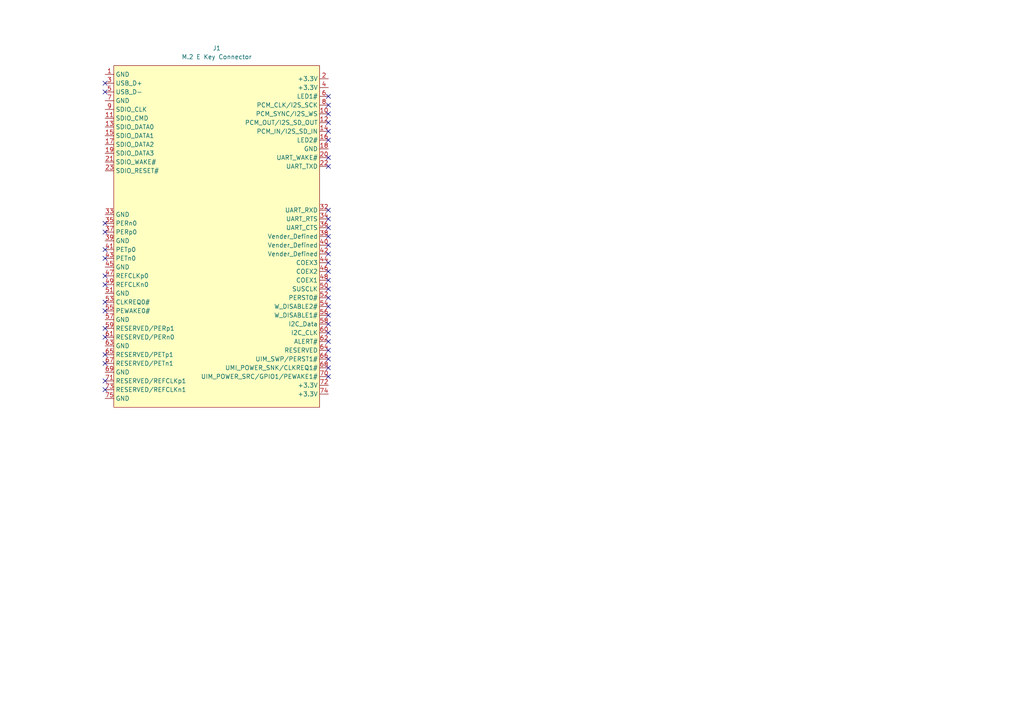
<source format=kicad_sch>
(kicad_sch (version 20250114) (generator "eeschema") (generator_version "9.0")
  (paper "A4")
  (lib_symbols
    (symbol "PCIexpress:M.2_E_Key"
      (property "Reference" "J" (at 0 0 0))
      (property "Value" "M.2 E Key Connector" (at 0 0 0))
      (symbol "M.2_E_Key_0_1"
        (rectangle (start -27.94 -5.08) (end 31.75 -104.14) (fill (type background)))
      )
      (symbol "M.2_E_Key_1_1"
        (pin power_in line (at -30.48 -7.62 0) (length 2.54) (name "GND") (number "1"))
        (pin bidirectional line (at -30.48 -10.16 0) (length 2.54) (name "USB_D+") (number "3"))
        (pin bidirectional line (at -30.48 -12.7 0) (length 2.54) (name "USB_D-") (number "5"))
        (pin power_in line (at -30.48 -15.24 0) (length 2.54) (name "GND") (number "7"))
        (pin input line (at -30.48 -17.78 0) (length 2.54) (name "SDIO_CLK") (number "9"))
        (pin bidirectional line (at -30.48 -20.32 0) (length 2.54) (name "SDIO_CMD") (number "11"))
        (pin bidirectional line (at -30.48 -22.86 0) (length 2.54) (name "SDIO_DATA0") (number "13"))
        (pin bidirectional line (at -30.48 -25.4 0) (length 2.54) (name "SDIO_DATA1") (number "15"))
        (pin bidirectional line (at -30.48 -27.94 0) (length 2.54) (name "SDIO_DATA2") (number "17"))
        (pin bidirectional line (at -30.48 -30.48 0) (length 2.54) (name "SDIO_DATA3") (number "19"))
        (pin output line (at -30.48 -33.02 0) (length 2.54) (name "SDIO_WAKE#") (number "21"))
        (pin input line (at -30.48 -35.56 0) (length 2.54) (name "SDIO_RESET#") (number "23"))
        (pin power_in line (at -30.48 -48.26 0) (length 2.54) (name "GND") (number "33"))
        (pin input line (at -30.48 -50.8 0) (length 2.54) (name "PERn0") (number "35"))
        (pin input line (at -30.48 -53.34 0) (length 2.54) (name "PERp0") (number "37"))
        (pin power_in line (at -30.48 -55.88 0) (length 2.54) (name "GND") (number "39"))
        (pin output line (at -30.48 -58.42 0) (length 2.54) (name "PETp0") (number "41"))
        (pin output line (at -30.48 -60.96 0) (length 2.54) (name "PETn0") (number "43"))
        (pin power_in line (at -30.48 -63.5 0) (length 2.54) (name "GND") (number "45"))
        (pin input line (at -30.48 -66.04 0) (length 2.54) (name "REFCLKp0") (number "47"))
        (pin input line (at -30.48 -68.58 0) (length 2.54) (name "REFCLKn0") (number "49"))
        (pin power_in line (at -30.48 -71.12 0) (length 2.54) (name "GND") (number "51"))
        (pin bidirectional line (at -30.48 -73.66 0) (length 2.54) (name "CLKREQ0#") (number "53"))
        (pin bidirectional line (at -30.48 -76.2 0) (length 2.54) (name "PEWAKE0#") (number "55"))
        (pin power_in line (at -30.48 -78.74 0) (length 2.54) (name "GND") (number "57"))
        (pin input line (at -30.48 -81.28 0) (length 2.54) (name "RESERVED/PERp1") (number "59"))
        (pin input line (at -30.48 -83.82 0) (length 2.54) (name "RESERVED/PERn0") (number "61"))
        (pin power_in line (at -30.48 -86.36 0) (length 2.54) (name "GND") (number "63"))
        (pin output line (at -30.48 -88.9 0) (length 2.54) (name "RESERVED/PETp1") (number "65"))
        (pin output line (at -30.48 -91.44 0) (length 2.54) (name "RESERVED/PETn1") (number "67"))
        (pin passive line (at -30.48 -93.98 0) (length 2.54) (name "GND") (number "69"))
        (pin input line (at -30.48 -96.52 0) (length 2.54) (name "RESERVED/REFCLKp1") (number "71"))
        (pin input line (at -30.48 -99.06 0) (length 2.54) (name "RESERVED/REFCLKn1") (number "73"))
        (pin power_in line (at -30.48 -101.6 0) (length 2.54) (name "GND") (number "75"))
        (pin power_in line (at 34.29 -8.89 180) (length 2.54) (name "+3.3V") (number "2"))
        (pin power_in line (at 34.29 -11.43 180) (length 2.54) (name "+3.3V") (number "4"))
        (pin output line (at 34.29 -13.97 180) (length 2.54) (name "LED1#") (number "6"))
        (pin bidirectional line (at 34.29 -16.51 180) (length 2.54) (name "PCM_CLK/I2S_SCK") (number "8"))
        (pin bidirectional line (at 34.29 -19.05 180) (length 2.54) (name "PCM_SYNC/I2S_WS") (number "10"))
        (pin output line (at 34.29 -21.59 180) (length 2.54) (name "PCM_OUT/I2S_SD_OUT") (number "12"))
        (pin input line (at 34.29 -24.13 180) (length 2.54) (name "PCM_IN/I2S_SD_IN") (number "14"))
        (pin output line (at 34.29 -26.67 180) (length 2.54) (name "LED2#") (number "16"))
        (pin power_in line (at 34.29 -29.21 180) (length 2.54) (name "GND") (number "18"))
        (pin output line (at 34.29 -31.75 180) (length 2.54) (name "UART_WAKE#") (number "20"))
        (pin output line (at 34.29 -34.29 180) (length 2.54) (name "UART_TXD") (number "22"))
        (pin input line (at 34.29 -46.99 180) (length 2.54) (name "UART_RXD") (number "32"))
        (pin output line (at 34.29 -49.53 180) (length 2.54) (name "UART_RTS") (number "34"))
        (pin input line (at 34.29 -52.07 180) (length 2.54) (name "UART_CTS") (number "36"))
        (pin unspecified line (at 34.29 -54.61 180) (length 2.54) (name "Vender_Defined") (number "38"))
        (pin unspecified line (at 34.29 -57.15 180) (length 2.54) (name "Vender_Defined") (number "40"))
        (pin unspecified line (at 34.29 -59.69 180) (length 2.54) (name "Vender_Defined") (number "42"))
        (pin bidirectional line (at 34.29 -62.23 180) (length 2.54) (name "COEX3") (number "44"))
        (pin bidirectional line (at 34.29 -64.77 180) (length 2.54) (name "COEX2") (number "46"))
        (pin bidirectional line (at 34.29 -67.31 180) (length 2.54) (name "COEX1") (number "48"))
        (pin input line (at 34.29 -69.85 180) (length 2.54) (name "SUSCLK") (number "50"))
        (pin input line (at 34.29 -72.39 180) (length 2.54) (name "PERST0#") (number "52"))
        (pin input line (at 34.29 -74.93 180) (length 2.54) (name "W_DISABLE2#") (number "54"))
        (pin input line (at 34.29 -77.47 180) (length 2.54) (name "W_DISABLE1#") (number "56"))
        (pin bidirectional line (at 34.29 -80.01 180) (length 2.54) (name "I2C_Data") (number "58"))
        (pin input line (at 34.29 -82.55 180) (length 2.54) (name "I2C_CLK") (number "60"))
        (pin output line (at 34.29 -85.09 180) (length 2.54) (name "ALERT#") (number "62"))
        (pin unspecified line (at 34.29 -87.63 180) (length 2.54) (name "RESERVED") (number "64"))
        (pin unspecified line (at 34.29 -90.17 180) (length 2.54) (name "UIM_SWP/PERST1#") (number "66"))
        (pin unspecified line (at 34.29 -92.71 180) (length 2.54) (name "UMI_POWER_SNK/CLKREQ1#") (number "68"))
        (pin unspecified line (at 34.29 -95.25 180) (length 2.54) (name "UIM_POWER_SRC/GPIO1/PEWAKE1#") (number "70"))
        (pin power_in line (at 34.29 -97.79 180) (length 2.54) (name "+3.3V") (number "72"))
        (pin power_in line (at 34.29 -100.33 180) (length 2.54) (name "+3.3V") (number "74"))
      )
    )
  )
  (no_connect (at 95.25 27.94))
  (no_connect (at 95.25 73.66))
  (no_connect (at 95.25 106.68))
  (no_connect (at 95.25 83.82))
  (no_connect (at 30.48 72.39))
  (no_connect (at 95.25 40.64))
  (no_connect (at 95.25 78.74))
  (no_connect (at 95.25 93.98))
  (no_connect (at 95.25 81.28))
  (no_connect (at 30.48 87.63))
  (no_connect (at 95.25 71.12))
  (no_connect (at 95.25 66.04))
  (no_connect (at 95.25 96.52))
  (no_connect (at 30.48 110.49))
  (no_connect (at 95.25 76.2))
  (no_connect (at 95.25 30.48))
  (no_connect (at 30.48 95.25))
  (no_connect (at 95.25 35.56))
  (no_connect (at 95.25 88.9))
  (no_connect (at 30.48 64.77))
  (no_connect (at 30.48 82.55))
  (no_connect (at 30.48 26.67))
  (no_connect (at 95.25 101.6))
  (no_connect (at 30.48 90.17))
  (no_connect (at 95.25 45.72))
  (no_connect (at 95.25 48.26))
  (no_connect (at 95.25 109.22))
  (no_connect (at 95.25 86.36))
  (no_connect (at 95.25 60.96))
  (no_connect (at 30.48 80.01))
  (no_connect (at 30.48 113.03))
  (no_connect (at 95.25 63.5))
  (no_connect (at 30.48 74.93))
  (no_connect (at 95.25 104.14))
  (no_connect (at 95.25 91.44))
  (no_connect (at 30.48 97.79))
  (no_connect (at 30.48 102.87))
  (no_connect (at 30.48 105.41))
  (no_connect (at 95.25 99.06))
  (no_connect (at 95.25 38.1))
  (no_connect (at 30.48 24.13))
  (no_connect (at 95.25 33.02))
  (no_connect (at 30.48 67.31))
  (no_connect (at 95.25 68.58))
  (symbol (lib_id "PCIexpress:M.2_E_Key") (at 60.96 13.97 0) (unit 1)
    (property "Reference" "J1" (at 62.865 13.97 0))
    (property "Value" "M.2 E Key Connector" (at 62.865 16.51 0))
    (property "Footprint" "PCIexpress:M.2 E Key Connector" (effects (hide yes)))
  )
)
</source>
